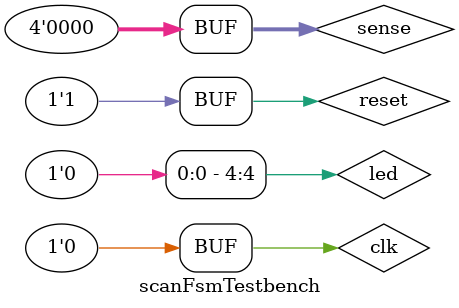
<source format=sv>
/*
Jackson Philion, jphilion@g.hmc.edu, Sep.23.2024. For e155_lab3, taught by Prof Josh Brake at Harvey Mudd College

This module is part of e155_lab3, and gives the necessary modules for generating
an FSM which scans a keyboard for inputs, verifying one when it comes in, and ensuring
that switch debounces are not counted as multiple inputs. This module uses 8 pins, outputting
scans to the column pins and inputting the row pins to read. It outputs an 8 bit number, representing
in hex the [7:4] 4 bit number to display on the left and the [3:0] 4 bit number to display on the right.
The diagram is shown in github.com/jacksonphilion/e155_lab3 under notes and extras.
*/

typedef enum logic [2:0]    {scanCol0, scanCol1, scanCol2, scanCol3, 
                            initialize, verify, display, hold} statetype;

module scanFSM(
    input   logic   clk,    reset,
    input   logic   [3:0]   sense,
    output  logic   [3:0]   scan,
    output  logic   [7:0]   displayDigits,
	output  logic   [3:0]   led
    );

    statetype state, nextstate;
    logic   [3:0]   rowSenseHold;
    logic   [3:0]   colScanHold;
    logic   [3:0]   digitOne, digitZero, tempDigit;
    logic           ensureEN, holdEN, topRail, botRail, holdBotRail, exitScan;

    // Call ensureCounter Module and feed in the control lines. This gets used in state initialize and verify.
    ensureCounter ensureCounterCall(clk, reset, ensureEN, sense, rowSenseHold, topRail, botRail);

    // Call keypadDecoder Module and feed it the control lines. This gets used when state display is reached.
    keypadDecoder keypadDecoderCall(colScanHold, rowSenseHold, tempDigit);

    // Call holdCounter module and feed it the control lines. This gets used in state hold to loop the FSM until a button hasn't been pressed for holdTop cycles.
    holdCounter holdCounterCall(clk, reset, holdEN, sense, holdBotRail);

    // Nextstate Logic
    assign exitScan = ((sense==4'b0001)|(sense==4'b0010)|(sense==4'b0100)|(sense==4'b1000));
    always_comb
        case (state)
            scanCol0:   if (exitScan) nextstate = initialize;
                        else                nextstate = scanCol1;
            scanCol1:   if (exitScan) nextstate = initialize;
                        else                nextstate = scanCol2;
            scanCol2:   if (exitScan) nextstate = initialize;
                        else                nextstate = scanCol3;
            scanCol3:   if (exitScan) nextstate = initialize;
                        else                nextstate = scanCol0;
            initialize: nextstate = verify;
            verify:     if (botRail)        nextstate = scanCol0;
                        else if (topRail)   nextstate = display;
                        else                nextstate = verify;
            display:    nextstate = hold;
            hold:       if (~holdBotRail)       nextstate = hold;
						else		    	nextstate = scanCol0;
            default:    nextstate = scanCol0;
        endcase

    // State Register and rowHold
    always_ff @(posedge clk)
        if (~reset) begin
		state <= scanCol0;
		digitZero <= 4'b0;
		digitOne <= 4'b0; end
        else begin
            if (nextstate == initialize) begin
                rowSenseHold <= sense;
                colScanHold <= ~scan; end
            if (nextstate == display) begin
                digitZero <= tempDigit;
                digitOne <= digitZero; end
            state <= nextstate;
        end

    // State Output Logic
    always_comb
        case (state)
            scanCol0:   begin scan = 4'b1110;
                        ensureEN = 0; 
                        holdEN = 0; end
            scanCol1:   begin scan = 4'b1101;
                        ensureEN = 0; 
                        holdEN = 0; end
            scanCol2:   begin scan = 4'b1011;
                        ensureEN = 0; 
                        holdEN = 0; end
            scanCol3:   begin scan = 4'b0111;
                        ensureEN = 0; 
                        holdEN = 0; end
            initialize: begin ensureEN = 1;
                        scan = ~colScanHold; 
                        holdEN = 0; end
            verify:     begin ensureEN = 1;
                        scan = ~colScanHold; 
                        holdEN = 0; end
            display:    begin scan = 4'b0;
                        ensureEN = 0; 
                        holdEN = 1; end
            hold:       begin scan = 4'b0;
                        ensureEN = 0; 
                        holdEN = 1; end
            default:    begin scan = 4'b1;
                        ensureEN = 0; 
                        holdEN = 0; end
        endcase

    assign displayDigits[7:4] = digitOne;
    assign displayDigits[3:0] = digitZero;

    // Add in debug LED logic
	assign led[0] = ((state==scanCol0)|(state==scanCol1)|(state==scanCol2)|(state==scanCol3));
	assign led[1] = (state==verify);
	assign led[2] = (state==hold);
	assign led[3] = (ensureEN);

endmodule

module scanFsmTestbench();

  // Create necessary variables
  logic clk, reset;
  logic   [3:0]   sense;
  logic   [3:0]   scan;
  logic   [7:0]   displayDigits;
  logic	  [4:0]   led;

  // Call DUT module
  scanFSM dut(clk, reset, sense, scan, displayDigits, led);

  // Clock cycle and pulse reset (recall active low)
  always begin clk = 1; #5; clk=0; #5; end
  initial begin reset = 0; #15; reset=1; end

  // Feed in the desired signals. start like keypad off, read in on row 1 (during column 0 I believe, so a 4)
  initial begin 
	  sense = 4'b0000; #53; sense = 4'b0010; #150; sense = 4'b0000;
  end

endmodule
</source>
